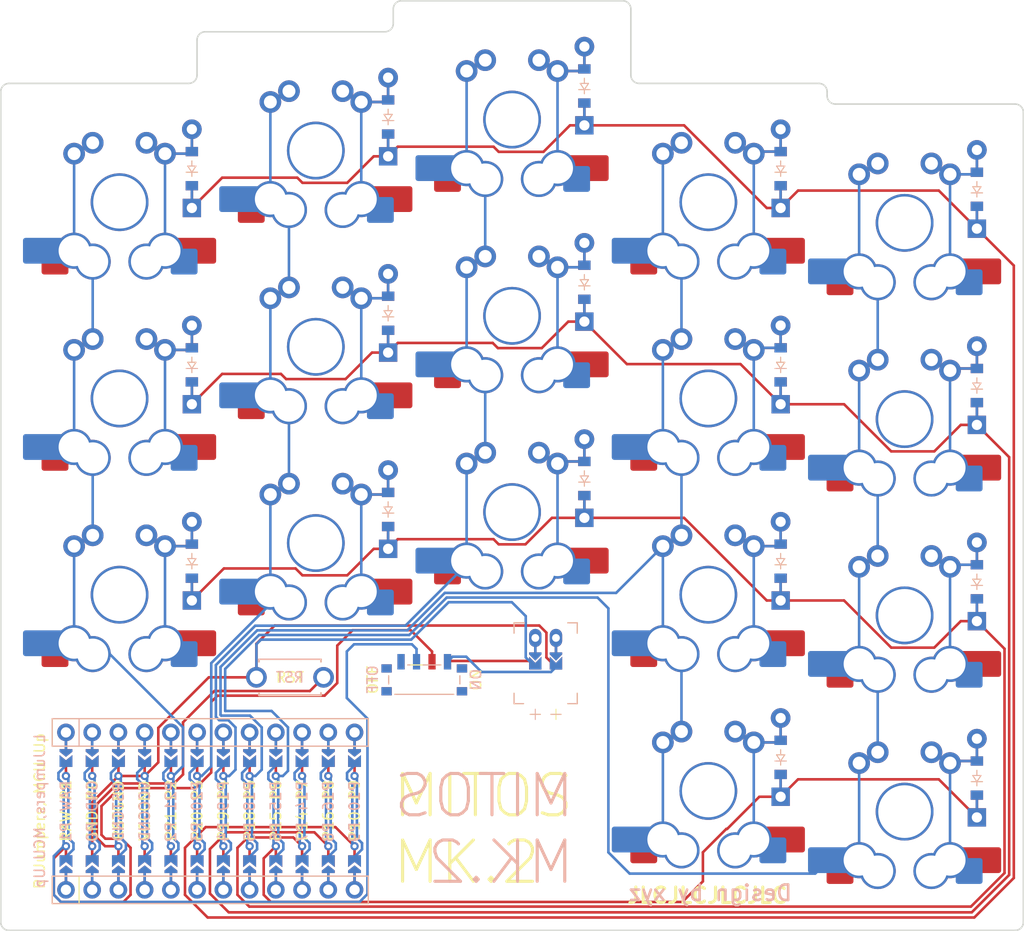
<source format=kicad_pcb>
(kicad_pcb (version 20240108) (generator "pcbnew") (generator_version "8.0")
  (title_block (title "board") (rev "v1.0.0") (company "Unknown"))
  (layers (0 "F.Cu" signal) (31 "B.Cu" signal) (34 "B.Paste" user) (35 "F.Paste" user) (36 "B.SilkS" user "B.Silkscreen") (37 "F.SilkS" user "F.Silkscreen") (38 "B.Mask" user) (39 "F.Mask" user) (44 "Edge.Cuts" user))
  (net 0 "")
  (net 1 "P2")
  (net 2 "pinky_bottom")
  (net 3 "GND")
  (net 4 "pinky_home")
  (net 5 "pinky_top")
  (net 6 "P3")
  (net 7 "ring_bottom")
  (net 8 "ring_home")
  (net 9 "ring_top")
  (net 10 "P4")
  (net 11 "middle_bottom")
  (net 12 "middle_home")
  (net 13 "middle_top")
  (net 14 "P5")
  (net 15 "index_thumb")
  (net 16 "index_bottom")
  (net 17 "index_home")
  (net 18 "index_top")
  (net 19 "P6")
  (net 20 "inner_thumb")
  (net 21 "inner_bottom")
  (net 22 "inner_home")
  (net 23 "inner_top")
  (net 24 "P14")
  (net 25 "P16")
  (net 26 "P10")
  (net 27 "P15")
  (net 28 "RAW")
  (net 29 "RST")
  (net 30 "VCC")
  (net 31 "P21")
  (net 32 "P20")
  (net 33 "P19")
  (net 34 "P18")
  (net 35 "P1")
  (net 36 "P0")
  (net 37 "P7")
  (net 38 "P8")
  (net 39 "P9")
  (net 40 "MCU1_24")
  (net 41 "MCU1_1")
  (net 42 "MCU1_23")
  (net 43 "MCU1_2")
  (net 44 "MCU1_22")
  (net 45 "MCU1_3")
  (net 46 "MCU1_21")
  (net 47 "MCU1_4")
  (net 48 "MCU1_20")
  (net 49 "MCU1_5")
  (net 50 "MCU1_19")
  (net 51 "MCU1_6")
  (net 52 "MCU1_18")
  (net 53 "MCU1_7")
  (net 54 "MCU1_17")
  (net 55 "MCU1_8")
  (net 56 "MCU1_16")
  (net 57 "MCU1_9")
  (net 58 "MCU1_15")
  (net 59 "MCU1_10")
  (net 60 "MCU1_14")
  (net 61 "MCU1_11")
  (net 62 "MCU1_13")
  (net 63 "MCU1_12")
  (net 64 "BAT_P")
  (net 65 "JST1_1")
  (net 66 "JST1_2")
  (footprint "ceoloide:mcu_nice_nano" (layer "F.Cu") (at 182.51 176.95 90)
    (property "Reference" "MCU1" (hide yes))
    (property "Value" "")
  )
  (footprint "ceoloide:power_switch_smd_side" (layer "F.Cu") (at 204.5 164.225 -90)
    (property "Reference" "PWR1" (hide yes))
    (property "Value" "")
  )
  (footprint "ceoloide:battery_connector_jst_ph_2" (layer "F.Cu") (at 216.25 160.184)
    (property "Reference" "JST1" (hide yes))
    (property "Value" "")
  )
  (footprint "ceoloide:reset_switch_tht_top" (layer "F.Cu") (at 191.5 164)
    (property "Reference" "RST1" (hide yes))
    (property "Value" "")
  )
  (footprint "ceoloide:diode_tht_sod123" (layer "B.Cu") (at 258 173.75 90)
    (property "Reference" "D14" (hide yes))
    (property "Value" "")
  )
  (footprint "ceoloide:diode_tht_sod123" (layer "B.Cu") (at 201 128.75 90)
    (property "Reference" "D5" (hide yes))
    (property "Value" "")
  )
  (footprint "ceoloide:diode_tht_sod123" (layer "B.Cu") (at 239 152.75 90)
    (property "Reference" "D11" (hide yes))
    (property "Value" "")
  )
  (footprint "ceoloide:switch_gateron_ks27_ks33" (layer "B.Cu") (at 251 139)
    (property "Reference" "S16" (hide yes))
    (property "Value" "")
  )
  (footprint "ceoloide:switch_gateron_ks27_ks33" (layer "B.Cu") (at 213 129)
    (property "Reference" "S8" (hide yes))
    (property "Value" "")
  )
  (footprint "ceoloide:switch_gateron_ks27_ks33" (layer "B.Cu") (at 251 120)
    (property "Reference" "S17" (hide yes))
    (property "Value" "")
  )
  (footprint "ceoloide:diode_tht_sod123" (layer "B.Cu") (at 182 114.75 90)
    (property "Reference" "D3" (hide yes))
    (property "Value" "")
  )
  (footprint "ceoloide:switch_gateron_ks27_ks33" (layer "B.Cu") (at 213 110)
    (property "Reference" "S9" (hide yes))
    (property "Value" "")
  )
  (footprint "ceoloide:switch_gateron_ks27_ks33" (layer "B.Cu") (at 232 156)
    (property "Reference" "S11" (hide yes))
    (property "Value" "")
  )
  (footprint "ceoloide:switch_gateron_ks27_ks33" (layer "B.Cu") (at 251 158)
    (property "Reference" "S15" (hide yes))
    (property "Value" "")
  )
  (footprint "ceoloide:switch_gateron_ks27_ks33" (layer "B.Cu") (at 213 148)
    (property "Reference" "S7" (hide yes))
    (property "Value" "")
  )
  (footprint "ceoloide:diode_tht_sod123" (layer "B.Cu") (at 239 171.75 90)
    (property "Reference" "D10" (hide yes))
    (property "Value" "")
  )
  (footprint "ceoloide:diode_tht_sod123" (layer "B.Cu") (at 239 133.75 90)
    (property "Reference" "D12" (hide yes))
    (property "Value" "")
  )
  (footprint "ceoloide:diode_tht_sod123" (layer "B.Cu") (at 220 125.75 90)
    (property "Reference" "D8" (hide yes))
    (property "Value" "")
  )
  (footprint "ceoloide:diode_tht_sod123" (layer "B.Cu") (at 182 133.75 90)
    (property "Reference" "D2" (hide yes))
    (property "Value" "")
  )
  (footprint "ceoloide:switch_gateron_ks27_ks33" (layer "B.Cu") (at 194 132)
    (property "Reference" "S5" (hide yes))
    (property "Value" "")
  )
  (footprint "ceoloide:switch_gateron_ks27_ks33" (layer "B.Cu") (at 194 113)
    (property "Reference" "S6" (hide yes))
    (property "Value" "")
  )
  (footprint "ceoloide:switch_gateron_ks27_ks33" (layer "B.Cu") (at 251 177)
    (property "Reference" "S14" (hide yes))
    (property "Value" "")
  )
  (footprint "ceoloide:diode_tht_sod123" (layer "B.Cu") (at 220 106.75 90)
    (property "Reference" "D9" (hide yes))
    (property "Value" "")
  )
  (footprint "ceoloide:diode_tht_sod123" (layer "B.Cu") (at 201 109.75 90)
    (property "Reference" "D6" (hide yes))
    (property "Value" "")
  )
  (footprint "ceoloide:switch_gateron_ks27_ks33" (layer "B.Cu") (at 175 118)
    (property "Reference" "S3" (hide yes))
    (property "Value" "")
  )
  (footprint "ceoloide:switch_gateron_ks27_ks33" (layer "B.Cu") (at 175 156)
    (property "Reference" "S1" (hide yes))
    (property "Value" "")
  )
  (footprint "ceoloide:diode_tht_sod123" (layer "B.Cu") (at 258 154.75 90)
    (property "Reference" "D15" (hide yes))
    (property "Value" "")
  )
  (footprint "ceoloide:diode_tht_sod123" (layer "B.Cu") (at 258 135.75 90)
    (property "Reference" "D16" (hide yes))
    (property "Value" "")
  )
  (footprint "ceoloide:switch_gateron_ks27_ks33" (layer "B.Cu") (at 232 175)
    (property "Reference" "S10" (hide yes))
    (property "Value" "")
  )
  (footprint "ceoloide:switch_gateron_ks27_ks33" (layer "B.Cu") (at 194 151)
    (property "Reference" "S4" (hide yes))
    (property "Value" "")
  )
  (footprint "ceoloide:switch_gateron_ks27_ks33" (layer "B.Cu") (at 232 118)
    (property "Reference" "S13" (hide yes))
    (property "Value" "")
  )
  (footprint "ceoloide:diode_tht_sod123" (layer "B.Cu") (at 239 114.75 90)
    (property "Reference" "D13" (hide yes))
    (property "Value" "")
  )
  (footprint "ceoloide:switch_gateron_ks27_ks33" (layer "B.Cu") (at 232 137)
    (property "Reference" "S12" (hide yes))
    (property "Value" "")
  )
  (footprint "ceoloide:diode_tht_sod123" (layer "B.Cu") (at 220 144.75 90)
    (property "Reference" "D7" (hide yes))
    (property "Value" "")
  )
  (footprint "ceoloide:switch_gateron_ks27_ks33" (layer "B.Cu") (at 175 137)
    (property "Reference" "S2" (hide yes))
    (property "Value" "")
  )
  (footprint "ceoloide:diode_tht_sod123" (layer "B.Cu") (at 182 152.75 90)
    (property "Reference" "D1" (hide yes))
    (property "Value" "")
  )
  (footprint "ceoloide:diode_tht_sod123" (layer "B.Cu") (at 258 116.75 90)
    (property "Reference" "D17" (hide yes))
    (property "Value" "")
  )
  (footprint "ceoloide:diode_tht_sod123" (layer "B.Cu") (at 201 147.75 90)
    (property "Reference" "D4" (hide yes))
    (property "Value" "")
  )
  (gr_arc (start 261.7 108.5) (mid 262.265685 108.734315) (end 262.5 109.3) (stroke (width 0.15)) (layer "Edge.Cuts"))
  (gr_line (start 164.3 188.5) (end 261.7 188.5) (stroke (width 0.15)) (layer "Edge.Cuts"))
  (gr_arc (start 201.5 100.7) (mid 201.265685 101.265685) (end 200.7 101.5) (stroke (width 0.15)) (layer "Edge.Cuts"))
  (gr_arc (start 225.3 106.5) (mid 224.734315 106.265685) (end 224.5 105.7) (stroke (width 0.15)) (layer "Edge.Cuts"))
  (gr_arc (start 164.3 188.5) (mid 163.734315 188.265685) (end 163.5 187.7) (stroke (width 0.15)) (layer "Edge.Cuts"))
  (gr_line (start 243.5 107.7) (end 243.5 107.3) (stroke (width 0.15)) (layer "Edge.Cuts"))
  (gr_arc (start 163.5 107.3) (mid 163.734315 106.734315) (end 164.3 106.5) (stroke (width 0.15)) (layer "Edge.Cuts"))
  (gr_line (start 262.5 187.7) (end 262.5 109.3) (stroke (width 0.15)) (layer "Edge.Cuts"))
  (gr_line (start 181.7 106.5) (end 164.3 106.5) (stroke (width 0.15)) (layer "Edge.Cuts"))
  (gr_arc (start 201.5 99.3) (mid 201.734315 98.734315) (end 202.3 98.5) (stroke (width 0.15)) (layer "Edge.Cuts"))
  (gr_arc (start 223.7 98.5) (mid 224.265685 98.734315) (end 224.5 99.3) (stroke (width 0.15)) (layer "Edge.Cuts"))
  (gr_arc (start 262.5 187.7) (mid 262.265685 188.265685) (end 261.7 188.5) (stroke (width 0.15)) (layer "Edge.Cuts"))
  (gr_line (start 163.5 187.7) (end 163.5 107.3) (stroke (width 0.15)) (layer "Edge.Cuts"))
  (gr_line (start 224.5 105.7) (end 224.5 99.3) (stroke (width 0.15)) (layer "Edge.Cuts"))
  (gr_line (start 200.7 101.5) (end 183.3 101.5) (stroke (width 0.15)) (layer "Edge.Cuts"))
  (gr_line (start 201.5 99.3) (end 201.5 100.7) (stroke (width 0.15)) (layer "Edge.Cuts"))
  (gr_line (start 261.7 108.5) (end 244.3 108.5) (stroke (width 0.15)) (layer "Edge.Cuts"))
  (gr_arc (start 244.3 108.5) (mid 243.734315 108.265685) (end 243.5 107.7) (stroke (width 0.15)) (layer "Edge.Cuts"))
  (gr_line (start 242.7 106.5) (end 225.3 106.5) (stroke (width 0.15)) (layer "Edge.Cuts"))
  (gr_line (start 223.7 98.5) (end 202.3 98.5) (stroke (width 0.15)) (layer "Edge.Cuts"))
  (gr_line (start 182.5 102.3) (end 182.5 105.7) (stroke (width 0.15)) (layer "Edge.Cuts"))
  (gr_arc (start 242.7 106.5) (mid 243.265685 106.734315) (end 243.5 107.3) (stroke (width 0.15)) (layer "Edge.Cuts"))
  (gr_arc (start 182.5 105.7) (mid 182.265685 106.265685) (end 181.7 106.5) (stroke (width 0.15)) (layer "Edge.Cuts"))
  (gr_arc (start 182.5 102.3) (mid 182.734315 101.734315) (end 183.3 101.5) (stroke (width 0.15)) (layer "Edge.Cuts"))
  (gr_text "Design by xyz" (at 240.25 185.75 0) (layer "B.SilkS") (effects (font (size 1.5 1.5) (thickness 0.25) (bold yes)) (justify left bottom mirror)))
  (gr_text "MITOS\nMK.2" (at 219.25 184.25 0) (layer "B.SilkS") (effects (font (size 4 4) (thickness 0.3) (bold yes)) (justify left bottom mirror)))
  (gr_text "MITOS\nMK.2" (at 201.25 184.25 0) (layer "F.SilkS") (effects (font (size 4 4) (thickness 0.3) (bold yes)) (justify left bottom)))
  (gr_text "JLCJLCJLCJLC" (at 224 186 0) (layer "F.SilkS") (effects (font (size 1.5 1.5) (thickness 0.3) (bold yes)) (justify left bottom)))
  (segment (start 179.97 172.175) (end 179.97 173.55) (width 0.25) (layer "F.Cu") (net 1))
  (segment (start 181.145 172.591692) (end 180.186692 173.55) (width 0.25) (layer "B.Cu") (net 1))
  (segment (start 174.051701 161.75) (end 181.145 168.843299) (width 0.25) (layer "B.Cu") (net 1))
  (segment (start 179.97 181.725) (end 179.97 181.375305) (width 0.25) (layer "B.Cu") (net 1))
  (segment (start 181.145 168.843299) (end 181.145 172.591692) (width 0.25) (layer "B.Cu") (net 1))
  (segment (start 172.4 161.65) (end 172.4 161.75) (width 0.25) (layer "B.Cu") (net 1))
  (segment (start 179.97 181.375305) (end 180.695 180.650305) (width 0.25) (layer "B.Cu") (net 1))
  (segment (start 180.2 179.554695) (end 180.2 173.78) (width 0.25) (layer "B.Cu") (net 1))
  (segment (start 170.6 113.3) (end 170.6 122.7) (width 0.25) (layer "B.Cu") (net 1))
  (segment (start 172.4 142.75) (end 172.4 150.25) (width 0.25) (layer "B.Cu") (net 1))
  (segment (start 170.6 151.3) (end 170.6 160.7) (width 0.25) (layer "B.Cu") (net 1))
  (segment (start 180.186692 173.55) (end 179.97 173.55) (width 0.25) (layer "B.Cu") (net 1))
  (segment (start 172.4 161.65) (end 172.25 161.5) (width 0.25) (layer "B.Cu") (net 1))
  (segment (start 180.695 180.650305) (end 180.695 180.049695) (width 0.25) (layer "B.Cu") (net 1))
  (segment (start 172.4 161.75) (end 174.051701 161.75) (width 0.25) (layer "B.Cu") (net 1))
  (segment (start 170.6 132.3) (end 170.6 141.7) (width 0.25) (layer "B.Cu") (net 1))
  (segment (start 180.695 180.049695) (end 180.2 179.554695) (width 0.25) (layer "B.Cu") (net 1))
  (segment (start 172.4 123.75) (end 172.4 131.25) (width 0.25) (layer "B.Cu") (net 1))
  (segment (start 182 151.1) (end 182 148.94) (width 0.25) (layer "F.Cu") (net 2))
  (segment (start 181.8 151.3) (end 182 151.1) (width 0.25) (layer "F.Cu") (net 2))
  (segment (start 179.4 151.3) (end 181.8 151.3) (width 0.25) (layer "F.Cu") (net 2))
  (segment (start 181.8 151.3) (end 182 151.1) (width 0.25) (layer "B.Cu") (net 2))
  (segment (start 182 151.1) (end 182 148.94) (width 0.25) (layer "B.Cu") (net 2))
  (segment (start 179.4 151.3) (end 179.4 160.7) (width 0.25) (layer "B.Cu") (net 2))
  (segment (start 179.4 151.3) (end 181.8 151.3) (width 0.25) (layer "B.Cu") (net 2))
  (segment (start 183.638299 164) (end 178.75 168.888299) (width 0.25) (layer "F.Cu") (net 3))
  (segment (start 174.89 173.55) (end 172.35 176.09) (width 0.25) (layer "F.Cu") (net 3))
  (segment (start 188.25 164) (end 183.638299 164) (width 0.25) (layer "F.Cu") (net 3))
  (segment (start 177.43 172.175) (end 177.43 173.55) (width 0.25) (layer "F.Cu") (net 3))
  (segment (start 172.35 176.09) (end 172.35 180.35) (width 0.25) (layer "F.Cu") (net 3))
  (segment (start 217.25 163) (end 216.325 162.075) (width 0.25) (layer "F.Cu") (net 3))
  (segment (start 174.89 172.175) (end 174.89 173.55) (width 0.25) (layer "F.Cu") (net 3))
  (segment (start 178.75 172.23) (end 177.43 173.55) (width 0.25) (layer "F.Cu") (net 3))
  (segment (start 177.43 173.55) (end 174.89 173.55) (width 0.25) (layer "F.Cu") (net 3))
  (segment (start 216.325 159.675852) (end 215.633148 158.984) (width 0.25) (layer "F.Cu") (net 3))
  (segment (start 178.75 168.888299) (end 178.75 172.23) (width 0.25) (layer "F.Cu") (net 3))
  (segment (start 190.016 158.984) (end 188.25 160.75) (width 0.25) (layer "F.Cu") (net 3))
  (segment (start 172.35 181.725) (end 172.35 180.35) (width 0.25) (layer "F.Cu") (net 3))
  (segment (start 216.325 162.075) (end 216.325 159.675852) (width 0.25) (layer "F.Cu") (net 3))
  (segment (start 188.25 160.75) (end 188.25 164) (width 0.25) (layer "F.Cu") (net 3))
  (segment (start 215.633148 158.984) (end 190.016 158.984) (width 0.25) (layer "F.Cu") (net 3))
  (segment (start 188.25 160.795584) (end 188.25 164) (width 0.25) (layer "B.Cu") (net 3))
  (segment (start 174.89 181.375305) (end 175.615 180.650305) (width 0.25) (layer "B.Cu") (net 3))
  (segment (start 171.625 173.249695) (end 171.625 173.850305) (width 0.25) (layer "B.Cu") (net 3))
  (segment (start 206.859315 156.725) (end 203.234315 160.35) (width 0.25) (layer "B.Cu") (net 3))
  (segment (start 172.35 172.524695) (end 171.625 173.249695) (width 0.25) (layer "B.Cu") (net 3))
  (segment (start 175.615 180.650305) (end 175.615 180.049695) (width 0.25) (layer "B.Cu") (net 3))
  (segment (start 177.43 181.375305) (end 178.155 180.650305) (width 0.25) (layer "B.Cu") (net 3))
  (segment (start 214.325 158.075) (end 212.975 156.725) (width 0.25) (layer "B.Cu") (net 3))
  (segment (start 175.615 180.049695) (end 175.12 179.554695) (width 0.25) (layer "B.Cu") (net 3))
  (segment (start 172.35 172.175) (end 172.35 172.524695) (width 0.25) (layer "B.Cu") (net 3))
  (segment (start 188.695584 160.35) (end 188.25 160.795584) (width 0.25) (layer "B.Cu") (net 3))
  (segment (start 214.325 162.075) (end 214.325 158.075) (width 0.25) (layer "B.Cu") (net 3))
  (segment (start 171.625 173.850305) (end 172.13 174.355305) (width 0.25) (layer "B.Cu") (net 3))
  (segment (start 215.25 163) (end 214.325 162.075) (width 0.25) (layer "B.Cu") (net 3))
  (segment (start 177.66 179.554695) (end 177.66 173.78) (width 0.25) (layer "B.Cu") (net 3))
  (segment (start 174.89 181.725) (end 174.89 181.375305) (width 0.25) (layer "B.Cu") (net 3))
  (segment (start 178.155 180.650305) (end 178.155 180.049695) (width 0.25) (layer "B.Cu") (net 3))
  (segment (start 178.155 180.049695) (end 177.66 179.554695) (width 0.25) (layer "B.Cu") (net 3))
  (segment (start 172.13 174.355305) (end 172.13 180.13) (width 0.25) (layer "B.Cu") (net 3))
  (segment (start 175.12 179.554695) (end 175.12 173.78) (width 0.25) (layer "B.Cu") (net 3))
  (segment (start 177.43 181.725) (end 177.43 181.375305) (width 0.25) (layer "B.Cu") (net 3))
  (segment (start 212.975 156.725) (end 206.859315 156.725) (width 0.25) (layer "B.Cu") (net 3))
  (segment (start 203.234315 160.35) (end 188.695584 160.35) (width 0.25) (layer "B.Cu") (net 3))
  (segment (start 181.8 132.3) (end 182 132.1) (width 0.25) (layer "F.Cu") (net 4))
  (segment (start 179.4 132.3) (end 181.8 132.3) (width 0.25) (layer "F.Cu") (net 4))
  (segment (start 182 132.1) (end 182 129.94) (width 0.25) (layer "F.Cu") (net 4))
  (segment (start 179.4 132.3) (end 181.8 132.3) (width 0.25) (layer "B.Cu") (net 4))
  (segment (start 181.8 132.3) (end 182 132.1) (width 0.25) (layer "B.Cu") (net 4))
  (segment (start 182 129.94) (end 182 132.1) (width 0.25) (layer "B.Cu") (net 4))
  (segment (start 179.4 132.3) (end 179.4 141.7) (width 0.25) (layer "B.Cu") (net 4))
  (segment (start 179.4 113.3) (end 181.8 113.3) (width 0.25) (layer "F.Cu") (net 5))
  (segment (start 182 113.1) (end 182 110.94) (width 0.25) (layer "F.Cu") (net 5))
  (segment (start 179.6 113.1) (end 179.4 113.3) (width 0.25) (layer "F.Cu") (net 5))
  (segment (start 181.8 113.3) (end 182 113.1) (width 0.25) (layer "F.Cu") (net 5))
  (segment (start 181.8 113.3) (end 182 113.1) (width 0.25) (layer "B.Cu") (net 5))
  (segment (start 179.4 113.3) (end 179.4 122.7) (width 0.25) (layer "B.Cu") (net 5))
  (segment (start 182 113.1) (end 182 110.94) (width 0.25) (layer "B.Cu") (net 5))
  (segment (start 179.4 113.3) (end 181.8 113.3) (width 0.25) (layer "B.Cu") (net 5))
  (segment (start 179.4 113.3) (end 179.3 113.3) (width 0.25) (layer "B.Cu") (net 5))
  (segment (start 182.51 172.175) (end 182.51 173.55) (width 0.25) (layer "F.Cu") (net 6))
  (segment (start 189.6 127.3) (end 189.6 136.7) (width 0.25) (layer "B.Cu") (net 6))
  (segment (start 182.51 181.375305) (end 183.235 180.650305) (width 0.25) (layer "B.Cu") (net 6))
  (segment (start 183.875 172.625) (end 182.95 173.55) (width 0.25) (layer "B.Cu") (net 6))
  (segment (start 191.4 137.75) (end 191.4 145.25) (width 0.25) (layer "B.Cu") (net 6))
  (segment (start 182.51 181.725) (end 182.51 181.375305) (width 0.25) (layer "B.Cu") (net 6))
  (segment (start 182.74 179.554695) (end 182.74 173.78) (width 0.25) (layer "B.Cu") (net 6))
  (segment (start 189.6 146.3) (end 189.6 155.7) (width 0.25) (layer "B.Cu") (net 6))
  (segment (start 183.235 180.049695) (end 182.74 179.554695) (width 0.25) (layer "B.Cu") (net 6))
  (segment (start 183.875 162.625) (end 183.875 172.625) (width 0.25) (layer "B.Cu") (net 6))
  (segment (start 189.75 156.75) (end 183.875 162.625) (width 0.25) (layer "B.Cu") (net 6))
  (segment (start 191.4 156.75) (end 189.75 156.75) (width 0.25) (layer "B.Cu") (net 6))
  (segment (start 182.95 173.55) (end 182.51 173.55) (width 0.25) (layer "B.Cu") (net 6))
  (segment (start 189.6 108.3) (end 189.6 117.7) (width 0.25) (layer "B.Cu") (net 6))
  (segment (start 191.4 118.75) (end 191.4 126.25) (width 0.25) (layer "B.Cu") (net 6))
  (segment (start 183.235 180.650305) (end 183.235 180.049695) (width 0.25) (layer "B.Cu") (net 6))
  (segment (start 198.4 146.3) (end 200.8 146.3) (width 0.25) (layer "F.Cu") (net 7))
  (segment (start 201 146.1) (end 201 143.94) (width 0.25) (layer "F.Cu") (net 7))
  (segment (start 200.8 146.3) (end 201 146.1) (width 0.25) (layer "F.Cu") (net 7))
  (segment (start 198.4 146.3) (end 198.4 155.7) (width 0.25) (layer "B.Cu") (net 7))
  (segment (start 198.4 146.3) (end 200.8 146.3) (width 0.25) (layer "B.Cu") (net 7))
  (segment (start 200.8 146.3) (end 201 146.1) (width 0.25) (layer "B.Cu") (net 7))
  (segment (start 201 146.1) (end 201 143.94) (width 0.25) (layer "B.Cu") (net 7))
  (segment (start 200.8 127.3) (end 201 127.1) (width 0.25) (layer "F.Cu") (net 8))
  (segment (start 198.4 127.3) (end 200.8 127.3) (width 0.25) (layer "F.Cu") (net 8))
  (segment (start 201 127.1) (end 201 124.94) (width 0.25) (layer "F.Cu") (net 8))
  (segment (start 200.8 127.3) (end 201 127.1) (width 0.25) (layer "B.Cu") (net 8))
  (segment (start 198.4 127.3) (end 200.8 127.3) (width 0.25) (layer "B.Cu") (net 8))
  (segment (start 198.4 127.3) (end 198.4 136.7) (width 0.25) (layer "B.Cu") (net 8))
  (segment (start 201 124.94) (end 201 127.1) (width 0.25) (layer "B.Cu") (net 8))
  (segment (start 200.8 108.3) (end 201 108.1) (width 0.25) (layer "F.Cu") (net 9))
  (segment (start 201 108.1) (end 201 105.94) (width 0.25) (layer "F.Cu") (net 9))
  (segment (start 198.4 108.3) (end 200.8 108.3) (width 0.25) (layer "F.Cu") (net 9))
  (segment (start 200.8 108.3) (end 201 108.1) (width 0.25) (layer "B.Cu") (net 9))
  (segment (start 198.4 108.3) (end 198.4 117.7) (width 0.25) (layer "B.Cu") (net 9))
  (segment (start 201 105.94) (end 201 108.1) (width 0.25) (layer "B.Cu") (net 9))
  (segment (start 198.4 108.3) (end 200.8 108.3) (width 0.25) (layer "B.Cu") (net 9))
  (segment (start 185.05 172.175) (end 185.05 173.55) (width 0.25) (layer "F.Cu") (net 10))
  (segment (start 188.136396 159) (end 184.325 162.811396) (width 0.25) (layer "B.Cu") (net 10))
  (segment (start 184.655 168.155) (end 185.536701 168.155) (width 0.25) (layer "B.Cu") (net 10))
  (segment (start 207.925127 153.75) (end 202.675127 159) (width 0.25) (layer "B.Cu") (net 10))
  (segment (start 210.4 153.75) (end 207.925127 153.75) (width 0.25) (layer "B.Cu") (net 10))
  (segment (start 208.6 124.3) (end 208.6 133.7) (width 0.25) (layer "B.Cu") (net 10))
  (segment (start 184.325 167.825) (end 184.655 168.155) (width 0.25) (layer "B.Cu") (net 10))
  (segment (start 210.4 115.75) (end 210.4 123.25) (width 0.25) (layer "B.Cu") (net 10))
  (segment (start 210.4 134.75) (end 210.4 142.25) (width 0.25) (layer "B.Cu") (net 10))
  (segment (start 185.775 180.049695) (end 185.28 179.554695) (width 0.25) (layer "B.Cu") (net 10))
  (segment (start 185.536701 168.155) (end 186.225 168.843299) (width 0.25) (layer "B.Cu") (net 10))
  (segment (start 186.225 168.843299) (end 186.225 172.940685) (width 0.25) (layer "B.Cu") (net 10))
  (segment (start 185.775 180.650305) (end 185.775 180.049695) (width 0.25) (layer "B.Cu") (net 10))
  (segment (start 208.6 105.3) (end 208.6 114.7) (width 0.25) (layer "B.Cu") (net 10))
  (segment (start 186.225 172.940685) (end 185.615685 173.55) (width 0.25) (layer "B.Cu") (net 10))
  (segment (start 185.28 179.554695) (end 185.28 173.78) (width 0.25) (layer "B.Cu") (net 10))
  (segment (start 185.615685 173.55) (end 185.05 173.55) (width 0.25) (layer "B.Cu") (net 10))
  (segment (start 185.05 181.375305) (end 185.775 180.650305) (width 0.25) (layer "B.Cu") (net 10))
  (segment (start 202.675127 159) (end 188.136396 159) (width 0.25) (layer "B.Cu") (net 10))
  (segment (start 185.05 181.725) (end 185.05 181.375305) (width 0.25) (layer "B.Cu") (net 10))
  (segment (start 184.325 162.811396) (end 184.325 167.825) (width 0.25) (layer "B.Cu") (net 10))
  (segment (start 208.6 143.3) (end 208.6 152.7) (width 0.25) (layer "B.Cu") (net 10))
  (segment (start 217.6 143.1) (end 217.4 143.3) (width 0.25) (layer "F.Cu") (net 11))
  (segment (start 220 143.1) (end 217.6 143.1) (width 0.25) (layer "F.Cu") (net 11))
  (segment (start 220 143.1) (end 220 140.94) (width 0.25) (layer "F.Cu") (net 11))
  (segment (start 217.6 143.1) (end 217.4 143.3) (width 0.25) (layer "B.Cu") (net 11))
  (segment (start 220 143.1) (end 217.6 143.1) (width 0.25) (layer "B.Cu") (net 11))
  (segment (start 220 143.1) (end 220 140.94) (width 0.25) (layer "B.Cu") (net 11))
  (segment (start 217.4 143.3) (end 217.4 152.7) (width 0.25) (layer "B.Cu") (net 11))
  (segment (start 220 124.1) (end 220 121.94) (width 0.25) (layer "F.Cu") (net 12))
  (segment (start 219.8 124.3) (end 220 124.1) (width 0.25) (layer "F.Cu") (net 12))
  (segment (start 217.4 124.3) (end 219.8 124.3) (width 0.25) (layer "F.Cu") (net 12))
  (segment (start 217.4 124.3) (end 219.8 124.3) (width 0.25) (layer "B.Cu") (net 12))
  (segment (start 220 124.1) (end 220 121.94) (width 0.25) (layer "B.Cu") (net 12))
  (segment (start 219.8 124.3) (end 220 124.1) (width 0.25) (layer "B.Cu") (net 12))
  (segment (start 217.4 124.3) (end 217.4 133.7) (width 0.25) (layer "B.Cu") (net 12))
  (segment (start 219.8 105.3) (end 220 105.1) (width 0.25) (layer "F.Cu") (net 13))
  (segment (start 217.4 105.3) (end 219.8 105.3) (width 0.25) (layer "F.Cu") (net 13))
  (segment (start 220 105.1) (end 220 102.94) (width 0.25) (layer "F.Cu") (net 13))
  (segment (start 217.4 105.3) (end 217.4 114.7) (width 0.25) (layer "B.Cu") (net 13))
  (segment (start 217.4 105.3) (end 219.8 105.3) (width 0.25) (layer "B.Cu") (net 13))
  (segment (start 219.8 105.3) (end 220 105.1) (width 0.25) (layer "B.Cu") (net 13))
  (segment (start 220 105.1) (end 220 102.94) (width 0.25) (layer "B.Cu") (net 13))
  (segment (start 187.59 172.175) (end 187.59 173.55) (width 0.25) (layer "F.Cu") (net 14))
  (segment (start 227.6 151.3) (end 227.6 160.7) (width 0.25) (layer "B.Cu") (net 14))
  (segment (start 187.626701 167.705) (end 188.765 168.843299) (width 0.25) (layer "B.Cu") (net 14))
  (segment (start 188.765 172.940685) (end 188.155685 173.55) (width 0.25) (layer "B.Cu") (net 14))
  (segment (start 227.6 113.3) (end 227.6 122.7) (width 0.25) (layer "B.Cu") (net 14))
  (segment (start 188.155685 173.55) (end 187.59 173.55) (width 0.25) (layer "B.Cu") (net 14))
  (segment (start 187.59 181.725) (end 187.59 181.375305) (width 0.25) (layer "B.Cu") (net 14))
  (segment (start 184.775 167.638604) (end 184.841396 167.705) (width 0.25) (layer "B.Cu") (net 14))
  (segment (start 229.4 123.75) (end 229.4 131.25) (width 0.25) (layer "B.Cu") (net 14))
  (segment (start 229.4 142.75) (end 229.4 150.25) (width 0.25) (layer "B.Cu") (net 14))
  (segment (start 188.765 168.843299) (end 188.765 172.940685) (width 0.25) (layer "B.Cu") (net 14))
  (segment (start 187.82 179.554695) (end 187.82 173.78) (width 0.25) (layer "B.Cu") (net 14))
  (segment (start 188.322792 159.45) (end 184.775 162.997792) (width 0.25) (layer "B.Cu") (net 14))
  (segment (start 227.6 132.3) (end 227.6 141.7) (width 0.25) (layer "B.Cu") (net 14))
  (segment (start 188.315 180.650305) (end 188.315 180.049695) (width 0.25) (layer "B.Cu") (net 14))
  (segment (start 188.315 180.049695) (end 187.82 179.554695) (width 0.25) (layer "B.Cu") (net 14))
  (segment (start 229.4 161.75) (end 229.4 169.25) (width 0.25) (layer "B.Cu") (net 14))
  (segment (start 202.861523 159.45) (end 188.322792 159.45) (width 0.25) (layer "B.Cu") (net 14))
  (segment (start 187.59 181.375305) (end 188.315 180.650305) (width 0.25) (layer "B.Cu") (net 14))
  (segment (start 184.841396 167.705) (end 187.626701 167.705) (width 0.25) (layer "B.Cu") (net 14))
  (segment (start 206.486523 155.825) (end 202.861523 159.45) (width 0.25) (layer "B.Cu") (net 14))
  (segment (start 227.6 151.3) (end 223.075 155.825) (width 0.25) (layer "B.Cu") (net 14))
  (segment (start 184.775 162.997792) (end 184.775 167.638604) (width 0.25) (layer "B.Cu") (net 14))
  (segment (start 223.075 155.825) (end 206.486523 155.825) (width 0.25) (layer "B.Cu") (net 14))
  (segment (start 227.6 170.3) (end 227.6 179.7) (width 0.25) (layer "B.Cu") (net 14))
  (segment (start 236.4 170.3) (end 238.8 170.3) (width 0.25) (layer "F.Cu") (net 15))
  (segment (start 238.8 170.3) (end 239 170.1) (width 0.25) (layer "F.Cu") (net 15))
  (segment (start 239 170.1) (end 239 167.94) (width 0.25) (layer "F.Cu") (net 15))
  (segment (start 239 170.1) (end 239 167.94) (width 0.25) (layer "B.Cu") (net 15))
  (segment (start 236.4 170.3) (end 238.8 170.3) (width 0.25) (layer "B.Cu") (net 15))
  (segment (start 236.4 170.3) (end 236.4 179.7) (width 0.25) (layer "B.Cu") (net 15))
  (segment (start 238.8 170.3) (end 239 170.1) (width 0.25) (layer "B.Cu") (net 15))
  (segment (start 236.4 151.3) (end 238.8 151.3) (width 0.25) (layer "F.Cu") (net 16))
  (segment (start 238.8 151.3) (end 239 151.1) (width 0.25) (layer "F.Cu") (net 16))
  (segment (start 239 151.1) (end 239 148.94) (width 0.25) (layer "F.Cu") (net 16))
  (segment (start 239 151.1) (end 239 148.94) (width 0.25) (layer "B.Cu") (net 16))
  (segment (start 238.8 151.3) (end 239 151.1) (width 0.25) (layer "B.Cu") (net 16))
  (segment (start 236.4 151.3) (end 236.4 160.7) (width 0.25) (layer "B.Cu") (net 16))
  (segment (start 236.4 151.3) (end 238.8 151.3) (width 0.25) (layer "B.Cu") (net 16))
  (segment (start 239 132.1) (end 236.6 132.1) (width 0.25) (layer "F.Cu") (net 17))
  (segment (start 239 132.1) (end 239 129.94) (width 0.25) (layer "F.Cu") (net 17))
  (segment (start 236.6 132.1) (end 236.4 132.3) (width 0.25) (layer "F.Cu") (net 17))
  (segment (start 236.6 132.1) (end 236.4 132.3) (width 0.25) (layer "B.Cu") (net 17))
  (segment (start 239 132.1) (end 236.6 132.1) (width 0.25) (layer "B.Cu") (net 17))
  (segment (start 236.4 132.3) (end 236.4 141.7) (width 0.25) (layer "B.Cu") (net 17))
  (segment (start 239 132.1) (end 239 129.94) (width 0.25) (layer "B.Cu") (net 17))
  (segment (start 239 113.1) (end 236.6 113.1) (width 0.25) (layer "F.Cu") (net 18))
  (segment (start 239 113.1) (end 239 110.94) (width 0.25) (layer "F.Cu") (net 18))
  (segment (start 236.6 113.1) (end 236.4 113.3) (width 0.25) (layer "F.Cu") (net 18))
  (segment (start 236.6 113.1) (end 236.4 113.3) (width 0.25) (layer "B.Cu") (net 18))
  (segment (start 239 113.1) (end 236.6 113.1) (width 0.25) (layer "B.Cu") (net 18))
  (segment (start 236.4 113.3) (end 236.4 122.7) (width 0.25) (layer "B.Cu") (net 18))
  (segment (start 239 113.1) (end 239 110.94) (width 0.25) (layer "B.Cu") (net 18))
  (segment (start 190.13 172.175) (end 190.13 173.55) (width 0.25) (layer "F.Cu") (net 19))
  (segment (start 224.3799 183) (end 242.35 183) (width 0.25) (layer "B.Cu") (net 19))
  (segment (start 248.4 144.75) (end 248.4 152.25) (width 0.25) (layer "B.Cu") (net 19))
  (segment (start 243.65 181.7) (end 243.65 181.6) (width 0.25) (layer "B.Cu") (net 19))
  (segment (start 188.509188 159.9) (end 203.047919 159.9) (width 0.25) (layer "B.Cu") (net 19))
  (segment (start 242.35 183) (end 243.65 181.7) (width 0.25) (layer "B.Cu") (net 19))
  (segment (start 191.305 168.843299) (end 189.716701 167.255) (width 0.25) (layer "B.Cu") (net 19))
  (segment (start 191.305 173.055) (end 191.305 168.843299) (width 0.25) (layer "B.Cu") (net 19))
  (segment (start 246.6 115.3) (end 246.6 124.7) (width 0.25) (layer "B.Cu") (net 19))
  (segment (start 190.13 181.375305) (end 190.855 180.650305) (width 0.25) (layer "B.Cu") (net 19))
  (segment (start 246.6 172.3) (end 246.6 181.7) (width 0.25) (layer "B.Cu") (net 19))
  (segment (start 190.81 173.55) (end 191.305 173.055) (width 0.25) (layer "B.Cu") (net 19))
  (segment (start 243.65 181.6) (end 242.425 182.825) (width 0.25) (layer "B.Cu") (net 19))
  (segment (start 189.716701 167.255) (end 185.225 167.255) (width 0.25) (layer "B.Cu") (net 19))
  (segment (start 246.6 153.3) (end 246.6 162.7) (width 0.25) (layer "B.Cu") (net 19))
  (segment (start 190.36 179.554695) (end 190.36 173.78) (width 0.25) (layer "B.Cu") (net 19))
  (segment (start 190.855 180.650305) (end 190.855 180.049695) (width 0.25) (layer "B.Cu") (net 19))
  (segment (start 185.225 167.255) (end 185.225 163.184188) (width 0.25) (layer "B.Cu") (net 19))
  (segment (start 206.672919 156.275) (end 221.275 156.275) (width 0.25) (layer "B.Cu") (net 19))
  (segment (start 203.047919 159.9) (end 206.672919 156.275) (width 0.25) (layer "B.Cu") (net 19))
  (segment (start 190.13 173.55) (end 190.81 173.55) (width 0.25) (layer "B.Cu") (net 19))
  (segment (start 222.325 157.325) (end 222.325 180.9451) (width 0.25) (layer "B.Cu") (net 19))
  (segment (start 222.325 180.9451) (end 224.3799 183) (width 0.25) (layer "B.Cu") (net 19))
  (segment (start 190.855 180.049695) (end 190.36 179.554695) (width 0.25) (layer "B.Cu") (net 19))
  (segment (start 246.6 134.3) (end 246.6 143.7) (width 0.25) (layer "B.Cu") (net 19))
  (segment (start 185.225 163.184188) (end 188.509188 159.9) (width 0.25) (layer "B.Cu") (net 19))
  (segment (start 248.4 125.75) (end 248.4 133.25) (width 0.25) (layer "B.Cu") (net 19))
  (segment (start 190.13 181.725) (end 190.13 181.375305) (width 0.25) (layer "B.Cu") (net 19))
  (segment (start 248.4 163.75) (end 248.4 171.25) (width 0.25) (layer "B.Cu") (net 19))
  (segment (start 221.275 156.275) (end 222.325 157.325) (width 0.25) (layer "B.Cu") (net 19))
  (segment (start 258 172.1) (end 258 169.94) (width 0.25) (layer "F.Cu") (net 20))
  (segment (start 258 172.1) (end 255.6 172.1) (width 0.25) (layer "F.Cu") (net 20))
  (segment (start 255.6 172.1) (end 255.4 172.3) (width 0.25) (layer "F.Cu") (net 20))
  (segment (start 258 172.1) (end 255.6 172.1) (width 0.25) (layer "B.Cu") (net 20))
  (segment (start 255.4 172.3) (end 255.4 181.7) (width 0.25) (layer "B.Cu") (net 20))
  (segment (start 258 172.1) (end 258 169.94) (width 0.25) (layer "B.Cu") (net 20))
  (segment (start 255.6 172.1) (end 255.4 172.3) (width 0.25) (layer "B.Cu") (net 20))
  (segment (start 258 153.1) (end 258 150.94) (width 0.25) (layer "F.Cu") (net 21))
  (segment (start 258 153.1) (end 255.6 153.1) (width 0.25) (layer "F.Cu") (net 21))
  (segment (start 255.6 153.1) (end 255.4 153.3) (width 0.25) (layer "F.Cu") (net 21))
  (segment (start 255.6 153.1) (end 255.4 153.3) (width 0.25) (layer "B.Cu") (net 21))
  (segment (start 258 153.1) (end 258 150.94) (width 0.25) (layer "B.Cu") (net 21))
  (segment (start 255.4 153.3) (end 255.4 162.7) (width 0.25) (layer "B.Cu") (net 21))
  (segment (start 258 153.1) (end 255.6 153.1) (width 0.25) (layer "B.Cu") (net 21))
  (segment (start 258 134.1) (end 255.6 134.1) (width 0.25) (layer "F.Cu") (net 22))
  (segment (start 255.6 134.1) (end 255.4 134.3) (width 0.25) (layer "F.Cu") (net 22))
  (segment (start 258 134.1) (end 258 131.94) (width 0.25) (layer "F.Cu") (net 22))
  (segment (start 255.4 134.3) (end 255.4 143.7) (width 0.25) (layer "B.Cu") (net 22))
  (segment (start 258 134.1) (end 255.6 134.1) (width 0.25) (layer "B.Cu") (net 22))
  (segment (start 255.6 134.1) (end 255.4 134.3) (width 0.25) (layer "B.Cu") (net 22))
  (segment (start 258 134.1) (end 258 131.94) (width 0.25) (layer "B.Cu") (net 22))
  (segment (start 255.4 115.3) (end 257.8 115.3) (width 0.25) (layer "F.Cu") (net 23))
  (segment (start 257.8 115.3) (end 258 115.1) (width 0.25) (layer "F.Cu") (net 23))
  (segment (start 258 115.1) (end 258 112.94) (width 0.25) (layer "F.Cu") (net 23))
  (segment (start 257.65 115.3) (end 255.4 115.3) (width 0.25) (layer "B.Cu") (net 23))
  (segment (start 257.85 115.1) (end 257.65 115.3) (width 0.25) (layer "B.Cu") (net 23))
  (segment (start 258 115.1) (end 258 112.94) (width 0.25) (layer "B.Cu") (net 23))
  (segment (start 255.4 115.3) (end 255.4 124.7) (width 0.25) (layer "B.Cu") (net 23))
  (segment (start 258 115.1) (end 257.85 115.1) (width 0.25) (layer "B.Cu") (net 23))
  (segment (start 187.414695 179.5) (end 191.82 179.5) (width 0.25) (layer "F.Cu") (net 24))
  (segment (start 186.415 185.056701) (end 186.415 180.499695) (width 0.25) (layer "F.Cu") (net 24))
  (segment (start 258 158.56) (end 260.675 161.235) (width 0.25) (layer "F.Cu") (net 24))
  (segment (start 201 151.56) (end 201.935 150.625) (width 0.25) (layer "F.Cu") (net 24))
  (segment (start 201 151.56) (end 201 149.4) (width 0.25) (layer "F.Cu") (net 24))
  (segment (start 220 148.56) (end 220 146.4) (width 0.25) (layer "F.Cu") (net 24))
  (segment (start 239 156.56) (end 239 154.4) (width 0.25) (layer "F.Cu") (net 24))
  (segment (start 256.44 158.56) (end 258 158.56) (width 0.25) (layer "F.Cu") (net 24))
  (segment (start 191.82 179.5) (end 192.67 180.35) (width 0.25) (layer "F.Cu") (net 24))
  (segment (start 199.605506 151.56) (end 201 151.56) (width 0.25) (layer "F.Cu") (net 24))
  (segment (start 214.294418 151.125) (end 216.859418 148.56) (width 0.25) (layer "F.Cu") (net 24))
  (segment (start 249.705582 161.125) (end 253.875 161.125) (width 0.25) (layer "F.Cu") (net 24))
  (segment (start 237.654544 156.56) (end 239 156.56) (width 0.25) (layer "F.Cu") (net 24))
  (segment (start 260.675 161.235) (end 260.675 182.9451) (width 0.25) (layer "F.Cu") (net 24))
  (segment (start 197.040506 154.125) (end 199.605506 151.56) (width 0.25) (layer "F.Cu") (net 24))
  (segment (start 187.553299 186.195) (end 186.415 185.056701) (width 0.25) (layer "F.Cu") (net 24))
  (segment (start 253.875 161.125) (end 256.44 158.56) (width 0.25) (layer "F.Cu") (net 24))
  (segment (start 192.67 181.725) (end 192.67 180.35) (width 0.25) (layer "F.Cu") (net 24))
  (segment (start 182 156.56) (end 182 154.4) (width 0.25) (layer "F.Cu") (net 24))
  (segment (start 220 148.56) (end 229.654544 148.56) (width 0.25) (layer "F.Cu") (net 24))
  (segment (start 182 156.56) (end 185.100291 153.459709) (width 0.25) (layer "F.Cu") (net 24))
  (segment (start 201.935 150.625) (end 211.205582 150.625) (width 0.25) (layer "F.Cu") (net 24))
  (segment (start 192.040291 153.459709) (end 192.705582 154.125) (width 0.25) (layer "F.Cu") (net 24))
  (segment (start 257.4251 186.195) (end 187.553299 186.195) (width 0.25) (layer "F.Cu") (net 24))
  (segment (start 185.100291 153.459709) (end 192.040291 153.459709) (width 0.25) (layer "F.Cu") (net 24))
  (segment (start 211.205582 150.625) (end 211.705582 151.125) (width 0.25) (layer "F.Cu") (net 24))
  (segment (start 192.705582 154.125) (end 197.040506 154.125) (width 0.25) (layer "F.Cu") (net 24))
  (segment (start 258 158.56) (end 258 156.4) (width 0.25) (layer "F.Cu") (net 24))
  (segment (start 229.654544 148.56) (end 237.654544 156.56) (width 0.25) (layer "F.Cu") (net 24))
  (segment (start 245.140582 156.56) (end 249.705582 161.125) (width 0.25) (layer "F.Cu") (net 24))
  (segment (start 260.675 182.9451) (end 257.4251 186.195) (width 0.25) (layer "F.Cu") (net 24))
  (segment (start 239 156.56) (end 245.140582 156.56) (width 0.25) (layer "F.Cu") (net 24))
  (segment (start 211.705582 151.125) (end 214.294418 151.125) (width 0.25) (layer "F.Cu") (net 24))
  (segment (start 186.415 180.499695) (end 187.414695 179.5) (width 0.25) (layer "F.Cu") (net 24))
  (segment (start 216.859418 148.56) (end 220 148.56) (width 0.25) (layer "F.Cu") (net 24))
  (segment (start 192.67 172.175) (end 192.67 172.524695) (width 0.25) (layer "B.Cu") (net 24))
  (segment (start 191.945 173.249695) (end 191.945 173.850305) (width 0.25) (layer "B.Cu") (net 24))
  (segment (start 182 154.4) (end 182 156.56) (width 0.25) (layer "B.Cu") (net 24))
  (segment (start 192.67 172.524695) (end 191.945 173.249695) (width 0.25) (layer "B.Cu") (net 24))
  (segment (start 191.945 173.850305) (end 192.45 174.355305) (width 0.25) (layer "B.Cu") (net 24))
  (segment (start 258 158.56) (end 258 156.4) (width 0.25) (layer "B.Cu") (net 24))
  (segment (start 239 156.56) (end 239 154.4) (width 0.25) (layer "B.Cu") (net 24))
  (segment (start 220 148.56) (end 220 146.4) (width 0.25) (layer "B.Cu") (net 24))
  (segment (start 192.45 174.355305) (end 192.45 180.13) (width 0.25) (layer "B.Cu") (net 24))
  (segment (start 201 151.56) (end 201 149.4) (width 0.25) (layer "B.Cu") (net 24))
  (segment (start 196.875 135.125) (end 199.44 132.56) (width 0.25) (layer "F.Cu") (net 25))
  (segment (start 185.374695 179) (end 193.86 179) (width 0.25) (layer "F.Cu") (net 25))
  (segment (start 261.125 183.131496) (end 257.506496 186.75) (width 0.25) (layer "F.Cu") (net 25))
  (segment (start 239 137.56) (end 239 135.4) (width 0.25) (layer "F.Cu") (net 25))
  (segment (start 256.44 139.56) (end 258 139.56) (width 0.25) (layer "F.Cu") (net 25))
  (segment (start 190.625 134.625) (end 191.125 135.125) (width 0.25) (layer "F.Cu") (net 25))
  (segment (start 220 129.56) (end 224.115 133.675) (width 0.25) (layer "F.Cu") (net 25))
  (segment (start 220 129.56) (end 220 127.4) (width 0.25) (layer "F.Cu") (net 25))
  (segment (start 201 132.56) (end 201 130.4) (width 0.25) (layer "F.Cu") (net 25))
  (segment (start 245.140582 137.56) (end 249.705582 142.125) (width 0.25) (layer "F.Cu") (net 25))
  (segment (start 211.625 132.125) (end 215.875 132.125) (width 0.25) (layer "F.Cu") (net 25))
  (segment (start 249.705582 142.125) (end 253.875 142.125) (width 0.25) (layer "F.Cu") (net 25))
  (segment (start 184.935 134.625) (end 190.625 134.625) (width 0.25) (layer "F.Cu") (net 25))
  (segment (start 224.115 133.675) (end 235.115 133.675) (width 0.25) (layer "F.Cu") (net 25))
  (segment (start 183.75 184.931701) (end 183.75 180.624695) (width 0.25) (layer "F.Cu") (net 25))
  (segment (start 258 139.56) (end 258 137.4) (width 0.25) (layer "F.Cu") (net 25))
  (segment (start 195.21 181.725) (end 195.21 180.35) (width 0.25) (layer "F.Cu") (net 25))
  (segment (start 239 137.56) (end 245.140582 137.56) (width 0.25) (layer "F.Cu") (net 25))
  (segment (start 211.125 131.625) (end 211.625 132.125) (width 0.25) (layer "F.Cu") (net 25))
  (segment (start 215.875 132.125) (end 218.44 129.56) (width 0.25) (layer "F.Cu") (net 25))
  (segment (start 257.506496 186.75) (end 185.568299 186.75) (width 0.25) (layer "F.Cu") (net 25))
  (segment (start 182 137.56) (end 182 135.4) (width 0.25) (layer "F.Cu") (net 25))
  (segment (start 235.115 133.675) (end 239 137.56) (width 0.25) (layer "F.Cu") (net 25))
  (segment (start 261.125 142.685) (end 261.125 183.131496) (width 0.25) (layer "F.Cu") (net 25))
  (segment (start 218.44 129.56) (end 220 129.56) (width 0.25) (layer "F.Cu") (net 25))
  (segment (start 182 137.56) (end 184.935 134.625) (width 0.25) (layer "F.Cu") (net 25))
  (segment (start 191.125 135.125) (end 196.875 135.125) (width 0.25) (layer "F.Cu") (net 25))
  (segment (start 199.44 132.56) (end 201 132.56) (width 0.25) (layer "F.Cu") (net 25))
  (segment (start 193.86 179) (end 195.21 180.35) (width 0.25) (layer "F.Cu") (net 25))
  (segment (start 201.935 131.625) (end 211.125 131.625) (width 0.25) (layer "F.Cu") (net 25))
  (segment (start 183.75 180.624695) (end 185.374695 179) (width 0.25) (layer "F.Cu") (net 25))
  (segment (start 253.875 142.125) (end 256.44 139.56) (width 0.25) (layer "F.Cu") (net 25))
  (segment (start 258 139.56) (end 261.125 142.685) (width 0.25) (layer "F.Cu") (net 25))
  (segment (start 201 132.56) (end 201.935 131.625) (width 0.25) (layer "F.Cu") (net 25))
  (segment (start 185.568299 186.75) (end 183.75 184.931701) (width 0.25) (layer "F.Cu") (net 25))
  (segment (start 182 137.56) (end 182 135.4) (width 0.25) (layer "B.Cu") (net 25))
  (segment (start 195.21 172.175) (end 195.21 172.524695) (width 0.25) (layer "B.Cu") (net 25))
  (segment (start 194.99 174.355305) (end 194.99 180.13) (width 0.25) (layer "B.Cu") (net 25))
  (segment (start 258 139.56) (end 258 137.4) (width 0.25) (layer "B.Cu") (net 25))
  (segment (start 194.485 173.850305) (end 194.99 174.355305) (width 0.25) (layer "B.Cu") (net 25))
  (segment (start 201 132.56) (end 201 130.4) (width 0.25) (layer "B.Cu") (net 25))
  (segment (start 239 137.56) (end 239 135.4) (width 0.25) (layer "B.Cu") (net 25))
  (segment (start 220 129.56) (end 220 127.4) (width 0.25) (layer "B.Cu") (net 25))
  (segment (start 195.21 172.524695) (end 194.485 173.249695) (width 0.25) (layer "B.Cu") (net 25))
  (segment (start 194.485 173.249695) (end 194.485 173.850305) (width 0.25) (layer "B.Cu") (net 25))
  (segment (start 220 110.56) (end 229.654544 110.56) (width 0.25) (layer "F.Cu") (net 26))
  (segment (start 261.575 183.425) (end 257.75 187.25) (width 0.25) (layer "F.Cu") (net 26))
  (segment (start 183.334695 178.5) (end 195.9 178.5) (width 0.25) (layer "F.Cu") (net 26))
  (segment (start 199.605506 113.56) (end 201 113.56) (width 0.25) (layer "F.Cu") (net 26))
  (segment (start 211.705582 113.125) (end 216.040506 113.125) (width 0.25) (layer "F.Cu") (net 26))
  (segment (start 229.654544 110.56) (end 237.654544 118.56) (width 0.25) (layer "F.Cu") (net 26))
  (segment (start 197.040506 116.125) (end 199.605506 113.56) (width 0.25) (layer "F.Cu") (net 26))
  (segment (start 257.75 187.25) (end 183.528299 187.25) (width 0.25) (layer "F.Cu") (net 26))
  (segment (start 181.335 180.499695) (end 183.334695 178.5) (width 0.25) (layer "F.Cu") (net 26))
  (segment (start 201 113.56) (end 201.935 112.625) (width 0.25) (layer "F.Cu") (net 26))
  (segment (start 183.528299 187.25) (end 181.335 185.056701) (width 0.25) (layer "F.Cu") (net 26))
  (segment (start 258 120.56) (end 258 118.4) (width 0.25) (layer "F.Cu") (net 26))
  (segment (start 181.335 185.056701) (end 181.335 180.499695) (width 0.25) (layer "F.Cu") (net 26))
  (segment (start 218.605506 110.56) (end 220 110.56) (width 0.25) (layer "F.Cu") (net 26))
  (segment (start 184.935 115.625) (end 192.205582 115.625) (width 0.25) (layer "F.Cu") (net 26))
  (segment (start 192.205582 115.625) (end 192.705582 116.125) (width 0.25) (layer "F.Cu") (net 26))
  (segment (start 239 118.56) (end 240.685 116.875) (width 0.25) (layer "F.Cu") (net 26))
  (segment (start 240.685 116.875) (end 254.315 116.875) (width 0.25) (layer "F.Cu") (net 26))
  (segment (start 182 118.56) (end 184.935 115.625) (width 0.25) (layer "F.Cu") (net 26))
  (segment (start 201 113.56) (end 201 111.4) (width 0.25) (layer "F.Cu") (net 26))
  (segment (start 182 118.56) (end 182 116.4) (width 0.25) (layer "F.Cu") (net 26))
  (segment (start 258 120.56) (end 261.575 124.135) (width 0.25) (layer "F.Cu") (net 26))
  (segment (start 239 118.56) (end 239 116.4) (width 0.25) (layer "F.Cu") (net 26))
  (segment (start 192.705582 116.125) (end 197.040506 116.125) (width 0.25) (layer "F.Cu") (net 26))
  (segment (start 211.205582 112.625) (end 211.705582 113.125) (width 0.25) (layer "F.Cu") (net 26))
  (segment (start 254.315 116.875) (end 258 120.56) (width 0.25) (layer "F.Cu") (net 26))
  (segment (start 216.040506 113.125) (end 218.605506 110.56) (width 0.25) (layer "F.Cu") (net 26))
  (segment (start 195.9 178.5) (end 197.75 180.35) (width 0.25) (layer "F.Cu") (net 26))
  (segment (start 201.935 112.625) (end 211.205582 112.625) (width 0.25) (layer "F.Cu") (net 26))
  (segment (start 197.75 181.725) (end 197.75 180.35) (width 0.25) (layer "F.Cu") (net 26))
  (segment (start 261.575 124.135) (end 261.575 183.425) (width 0.25) (layer "F.Cu") (net 26))
  (segment (start 220 110.56) (end 220 108.4) (width 0.25) (layer "F.Cu") (net 26))
  (segment (start 237.654544 118.56) (end 239 118.56) (width 0.25) (layer "F.Cu") (net 26))
  (segment (start 197.025 173.850305) (end 197.53 174.355305) (width 0.25) (layer "B.Cu") (net 26))
  (segment (start 197.75 172.175) (end 197.75 172.524695) (width 0.25) (layer "B.Cu") (net 26))
  (segment (start 197.025 173.249695) (end 197.025 173.850305) (width 0.25) (layer "B.Cu") (net 26))
  (segment (start 197.53 174.355305) (end 197.53 180.13) (width 0.25) (layer "B.Cu") (net 26))
  (segment (start 201 111.4) (end 201 113.56) (width 0.25) (layer "B.Cu") (net 26))
  (segment (start 220 110.56) (end 220 108.4) (width 0.25) (layer "B.Cu") (net 26))
  (segment (start 197.75 172.524695) (end 197.025 173.249695) (width 0.25) (layer "B.Cu") (net 26))
  (segment (start 239 118.56) (end 239 116.4) (width 0.25) (layer "B.Cu") (net 26))
  (segment (start 258 120.56) (end 258 118.4) (width 0.25) (layer "B.Cu") (net 26))
  (segment (start 182 118.56) (end 182 116.4) (width 0.25) (layer "B.Cu") (net 26))
  (segment (start 188.955 181.525) (end 190.13 180.35) (width 0.25) (layer "F.Cu") (net 27))
  (segment (start 239 175.56) (end 240.685 173.875) (width 0.25) (layer "F.Cu") (net 27))
  (segment (start 231.475 180.940506) (end 231.475 183.752247) (width 0.25) (layer "F.Cu") (net 27))
  (segment (start 240.685 173.875) (end 254.315 173.875) (width 0.25) (layer "F.Cu") (net 27))
  (segment (start 189.643299 185.745) (end 188.955 185.056701) (width 0.25) (layer "F.Cu") (net 27))
  (segment (start 239 175.56) (end 236.94 175.56) (width 0.25) (layer "F.Cu") (net 27))
  (segment (start 236.94 175.56) (end 233.825 178.675) (width 0.25) (layer "F.Cu") (net 27))
  (segment (start 188.955 185.056701) (end 188.955 181.525) (width 0.25) (layer "F.Cu") (net 27))
  (segment (start 233.825 178.675) (end 233.740506 178.675) (width 0.25) (layer "F.Cu") (net 27))
  (segment (start 231.475 183.752247) (end 229.482247 185.745) (width 0.25) (layer "F.Cu") (net 27))
  (segment (start 190.13 181.725) (end 190.13 180.35) (width 0.25) (layer "F.Cu") (net 27))
  (segment (start 239 175.56) (end 239 173.4) (width 0.25) (layer "F.Cu") (net 27))
  (segment (start 229.482247 185.745) (end 189.643299 185.745) (width 0.25) (layer "F.Cu") (net 27))
  (segment (start 258 177.56) (end 258 175.4) (width 0.25) (layer "F.Cu") (net 27))
  (segment (start 254.315 173.875) (end 258 177.56) (width 0.25) (layer "F.Cu") (net 27))
  (segment (start 233.740506 178.675) (end 231.475 180.940506) (width 0.25) (layer "F.Cu") (net 27))
  (segment (start 190.13 172.175) (end 190.13 172.524695) (width 0.25) (layer "B.Cu") (net 27))
  (segment (start 189.91 174.355305) (end 189.91 180.13) (width 0.25) (layer "B.Cu") (net 27))
  (segment (start 189.405 173.249695) (end 189.405 173.850305) (width 0.25) (layer "B.Cu") (net 27))
  (segment (start 189.405 173.850305) (end 189.91 174.355305) (width 0.25) (layer "B.Cu") (net 27))
  (segment (start 258 177.56) (end 258 175.4) (width 0.25) (layer "B.Cu") (net 27))
  (segment (start 190.13 172.524695) (end 189.405 173.249695) (width 0.25) (layer "B.Cu") (net 27))
  (segment (start 239 175.56) (end 239 173.4) (width 0.25) (layer "B.Cu") (net 27))
  (segment (start 205.25 162.49) (end 205.25 161.5) (width 0.25) (layer "F.Cu") (net 28))
  (segment (start 184.475 165.775) (end 183.875 166.375) (width 0.25) (layer "F.Cu") (net 28))
  (segment (start 168.635 185.056701) (end 168.635 181.525) (width 0.25) (layer "F.Cu") (net 28))
  (segment (start 183.875 173.210305) (end 182.360305 174.725) (width 0.25) (layer "F.Cu") (net 28))
  (segment (start 175.190305 179.625) (end 176.065 180.499695) (width 0.25) (layer "F.Cu") (net 28))
  (segment (start 173.25 179.25) (end 173.625 179.625) (width 0.25) (layer "F.Cu") (net 28))
  (segment (start 205.25 161.5) (end 203.184 159.434) (width 0.25) (layer "F.Cu") (net 28))
  (segment (start 174.987792 174.725) (end 173.25 176.462792) (width 0.25) (layer "F.Cu") (net 28))
  (segment (start 169.328299 185.75) (end 168.635 185.056701) (width 0.25) (layer "F.Cu") (net 28))
  (segment (start 169.81 181.725) (end 169.81 180.35) (width 0.25) (layer "F.Cu") (net 28))
  (segment (start 173.625 179.625) (end 175.190305 179.625) (width 0.25) (layer "F.Cu") (net 28))
  (segment (start 175.371701 185.75) (end 169.328299 185.75) (width 0.25) (layer "F.Cu") (net 28))
  (segment (start 197.566 159.434) (end 196.075 160.925) (width 0.25) (layer "F.Cu") (net 28))
  (segment (start 203.184 159.434) (end 197.566 159.434) (width 0.25) (layer "F.Cu") (net 28))
  (segment (start 182.360305 174.725) (end 174.987792 174.725) (width 0.25) (layer "F.Cu") (net 28))
  (segment (start 196.075 164.548833) (end 194.848833 165.775) (width 0.25) (layer "F.Cu") (net 28))
  (segment (start 176.065 180.499695) (end 176.065 185.056701) (width 0.25) (layer "F.Cu") (net 28))
  (segment (start 194.848833 165.775) (end 184.475 165.775) (width 0.25) (layer "F.Cu") (net 28))
  (segment (start 176.065 185.056701) (end 175.371701 185.75) (width 0.25) (layer "F.Cu") (net 28))
  (segment (start 168.635 181.525) (end 169.81 180.35) (width 0.25) (layer "F.Cu") (net 28))
  (segment (start 173.25 176.462792) (end 173.25 179.25) (width 0.25) (layer "F.Cu") (net 28))
  (segment (start 196.075 160.925) (end 196.075 164.548833) (width 0.25) (layer "F.Cu") (net 28))
  (segment (start 183.875 166.375) (end 183.875 173.210305) (width 0.25) (layer "F.Cu") (net 28))
  (segment (start 169.81 172.175) (end 169.81 172.524695) (width 0.25) (layer "B.Cu") (net 28))
  (segment (start 169.323299 185.745) (end 168.635 185.056701) (width 0.25) (layer "B.Cu") (net 28))
  (segment (start 203.75 162.49) (end 203.75 161.25) (width 0.25) (layer "B.Cu") (net 28))
  (segment (start 197 166) (end 199 168) (width 0.25) (layer "B.Cu") (net 28))
  (segment (start 197.7 160.8) (end 197 161.5) (width 0.25) (layer "B.Cu") (net 28))
  (segment (start 199 184.981701) (end 198.236701 185.745) (width 0.25) (layer "B.Cu") (net 28))
  (segment (start 169.085 173.249695) (end 169.085 173.850305) (width 0.25) (layer "B.Cu") (net 28))
  (segment (start 203.3 160.8) (end 197.7 160.8) (width 0.25) (layer "B.Cu") (net 28))
  (segment (start 169.81 172.524695) (end 169.085 173.249695) (width 0.25) (layer "B.Cu") (net 28))
  (segment (start 168.635 185.056701) (end 168.635 181.308308) (width 0.25) (layer "B.Cu") (net 28))
  (segment (start 197 161.5) (end 197 166) (width 0.25) (layer "B.Cu") (net 28))
  (segment (start 198.236701 185.745) (end 169.323299 185.745) (width 0.25) (layer "B.Cu") (net 28))
  (segment (start 169.59 174.355305) (end 169.59 180.13) (width 0.25) (layer "B.Cu") (net 28))
  (segment (start 168.635 181.308308) (end 169.593308 180.35) (width 0.25) (layer "B.Cu") (net 28))
  (segment (start 169.593308 180.35) (end 169.81 180.35) (width 0.25) (layer "B.Cu") (net 28))
  (segment (start 203.75 161.25) (end 203.3 160.8) (width 0.25) (layer "B.Cu") (net 28))
  (segment (start 169.085 173.850305) (end 169.59 174.355305) (width 0.25) (layer "B.Cu") (net 28))
  (segment (start 199 168) (end 199 184.981701) (width 0.25) (layer "B.Cu") (net 28))
  (segment (start 174.89 181.725) (end 174.89 180.35) (width 0.25) (layer "F.Cu") (net 29))
  (segment (start 181.145 168.355) (end 181.145 173.400305) (width 0.25) (layer "F.Cu") (net 29))
  (segment (start 184.175 165.325) (end 181.145 168.355) (width 0.25) (layer "F.Cu") (net 29))
  (segment (start 180.270305 174.275) (end 174.801396 174.275) (width 0.25) (layer "F.Cu") (net 29))
  (segment (start 173.6 180.35) (end 174.89 180.35) (width 0.25) (layer "F.Cu") (net 29))
  (segment (start 193.425 165.325) (end 184.175 165.325) (width 0.25) (layer "F.Cu") (net 29))
  (segment (start 172.8 176.276396) (end 172.8 179.55) (width 0.25) (layer "F.Cu") (net 29))
  (segment (start 174.801396 174.275) (end 172.8 176.276396) (width 0.25) (layer "F.Cu") (net 29))
  (segment (start 194.75 164) (end 193.425 165.325) (width 0.25) (layer "F.Cu") (net 29))
  (segment (start 172.8 179.55) (end 173.6 180.35) (width 0.25) (layer "F.Cu") (net 29))
  (segment (start 181.145 173.400305) (end 180.270305 174.275) (width 0.25) (layer "F.Cu") (net 29))
  (segment (start 174.165 173.850305) (end 174.67 174.355305) (width 0.25) (layer "B.Cu") (net 29))
  (segment (start 174.89 172.175) (end 174.89 172.524695) (width 0.25) (layer "B.Cu") (net 29))
  (segment (start 174.165 173.249695) (end 174.165 173.850305) (width 0.25) (layer "B.Cu") (net 29))
  (segment (start 174.89 172.524695) (end 174.165 173.249695) (width 0.25) (layer "B.Cu") (net 29))
  (segment (start 174.67 174.355305) (end 174.67 180.13) (width 0.25) (layer "B.Cu") (net 29))
  (segment (start 177.43 181.725) (end 177.43 180.35) (width 0.25) (layer "F.Cu") (net 30))
  (segment (start 177.43 172.175) (end 177.43 172.524695) (width 0.25) (layer "B.Cu") (net 30))
  (segment (start 176.705 173.850305) (end 177.21 174.355305) (width 0.25) (layer "B.Cu") (net 30))
  (segment (start 177.43 172.524695) (end 176.705 173.249695) (width 0.25) (layer "B.Cu") (net 30))
  (segment (start 176.705 173.249695) (end 176.705 173.850305) (width 0.25) (layer "B.Cu") (net 30))
  (segment (start 177.21 174.355305) (end 177.21 180.13) (width 0.25) (layer "B.Cu") (net 30))
  (segment (start 179.97 181.725) (end 179.97 180.35) (width 0.25) (layer "F.Cu") (net 31))
  (segment (start 179.97 172.524695) (end 179.245 173.249695) (width 0.25) (layer "B.Cu") (net 31))
  (segment (start 179.245 173.249695) (end 179.245 173.850305) (width 0.25) (layer "B.Cu") (net 31))
  (segment (start 179.75 174.355305) (end 179.75 180.13) (width 0.25) (layer "B.Cu") (net 31))
  (segment (start 179.245 173.850305) (end 179.75 174.355305) (width 0.25) (layer "B.Cu") (net 31))
  (segment (start 179.97 172.175) (end 179.97 172.524695) (width 0.25) (layer "B.Cu") (net 31))
  (segment (start 182.51 181.725) (end 182.51 180.35) (width 0.25) (layer "F.Cu") (net 32))
  (segment (start 182.51 172.175) (end 182.51 172.524695) (width 0.25) (layer "B.Cu") (net 32))
  (segment (start 181.785 173.850305) (end 182.29 174.355305) (width 0.25) (layer "B.Cu") (net 32))
  (segment (start 181.785 173.249695) (end 181.785 173.850305) (width 0.25) (layer "B.Cu") (net 32))
  (segment (start 182.51 172.524695) (end 181.785 173.249695) (width 0.25) (layer "B.Cu") (net 32))
  (segment (start 182.29 174.355305) (end 182.29 180.13) (width 0.25) (layer "B.Cu") (net 32))
  (segment (start 185.05 181.725) (end 185.05 180.35) (width 0.25) (layer "F.Cu") (net 33))
  (segment (start 185.05 172.524695) (end 184.325 173.249695) (width 0.25) (layer "B.Cu") (net 33))
  (segment (start 185.05 172.175) (end 185.05 172.524695) (width 0.25) (layer "B.Cu") (net 33))
  (segment (start 184.325 173.850305) (end 184.83 174.355305) (width 0.25) (layer "B.Cu") (net 33))
  (segment (start 184.83 174.355305) (end 184.83 180.13) (width 0.25) (layer "B.Cu") (net 33))
  (segment (start 184.325 173.249695) (end 184.325 173.850305) (width 0.25) (layer "B.Cu") (net 33))
  (segment (start 187.59 181.725) (end 187.59 180.35) (width 0.25) (layer "F.Cu") (net 34))
  (segment (start 186.865 173.249695) (end 186.865 173.850305) (width 0.25) (layer "B.Cu") (net 34))
  (segment (start 187.37 174.355305) (end 187.37 180.13) (width 0.25) (layer "B.Cu") (net 34))
  (segment (start 187.59 172.524695) (end 186.865 173.249695) (width 0.25) (layer "B.Cu") (net 34))
  (segment (start 186.865 173.850305) (end 187.37 174.355305) (width 0.25) (layer "B.Cu") (net 34))
  (segment (start 187.59 172.175) (end 187.59 172.524695) (width 0.25) (layer "B.Cu") (net 34))
  (segment (start 169.81 172.175) (end 169.81 173.55) (width 0.25) (layer "F.Cu") (net 35))
  (segment (start 169.81 181.375305) (end 170.535 180.650305) (width 0.25) (layer "B.Cu") (net 35))
  (segment (start 169.81 181.725) (end 169.81 181.375305) (width 0.25) (layer "B.Cu") (net 35))
  (segment (start 170.535 180.650305) (end 170.535 180.049695) (width 0.25) (layer "B.Cu") (net 35))
  (segment (start 170.535 180.049695) (end 170.04 179.554695) (width 0.25) (layer "B.Cu") (net 35))
  (segment (start 170.04 179.554695) (end 170.04 173.78) (width 0.25) (layer "B.Cu") (net 35))
  (segment (start 172.35 172.175) (end 172.35 173.55) (width 0.25) (layer "F.Cu") (net 36))
  (segment (start 172.35 181.725) (end 172.35 181.375305) (width 0.25) (layer "B.Cu") (net 36))
  (segment (start 173.075 180.049695) (end 172.58 179.554695) (width 0.25) (layer "B.Cu") (net 36))
  (segment (start 172.35 181.375305) (end 173.075 180.650305) (width 0.25) (layer "B.Cu") (net 36))
  (segment (start 173.075 180.650305) (end 173.075 180.049695) (width 0.25) (layer "B.Cu") (net 36))
  (segment (start 172.58 179.554695) (end 172.58 173.78) (width 0.25) (layer "B.Cu") (net 36))
  (segment (start 192.67 172.175) (end 192.67 173.55) (width 0.25) (layer "F.Cu") (net 37))
  (segment (start 192.67 181.725) (end 192.67 181.375305) (width 0.25) (layer "B.Cu") (net 37))
  (segment (start 192.67 181.375305) (end 193.395 180.650305) (width 0.25) (layer "B.Cu") (net 37))
  (segment (start 192.9 179.554695) (end 192.9 173.78) (width 0.25) (layer "B.Cu") (net 37))
  (segment (start 193.395 180.049695) (end 192.9 179.554695) (width 0.25) (layer "B.Cu") (net 37))
  (segment (start 193.395 180.650305) (end 193.395 180.049695) (width 0.25) (layer "B.Cu") (net 37))
  (segment (start 195.21 172.175) (end 195.21 173.55) (width 0.25) (layer "F.Cu") (net 38))
  (segment (start 195.44 179.554695) (end 195.44 173.78) (width 0.25) (layer "B.Cu") (net 38))
  (segment (start 195.935 180.650305) (end 195.935 180.049695) (width 0.25) (layer "B.Cu") (net 38))
  (segment (start 195.21 181.375305) (end 195.935 180.650305) (width 0.25) (layer "B.Cu") (net 38))
  (segment (start 195.21 181.725) (end 195.21 181.375305) (width 0.25) (layer "B.Cu") (net 38))
  (segment (start 195.935 180.049695) (end 195.44 179.554695) (width 0.25) (layer "B.Cu") (net 38))
  (segment (start 197.75 172.175) (end 197.75 173.55) (width 0.25) (layer "F.Cu") (net 39))
  (segment (start 197.98 179.554695) (end 197.98 173.78) (width 0.25) (layer "B.Cu") (net 39))
  (segment (start 197.75 181.725) (end 197.75 181.375305) (width 0.25) (layer "B.Cu") (net 39))
  (segment (start 198.475 180.650305) (end 198.475 180.049695) (width 0.25) (layer "B.Cu") (net 39))
  (segment (start 197.75 181.375305) (end 198.475 180.650305) (width 0.25) (layer "B.Cu") (net 39))
  (segment (start 198.475 180.049695) (end 197.98 179.554695) (width 0.25) (layer "B.Cu") (net 39))
  (segment (start 169.81 184.57) (end 169.81 182.45) (width 0.25) (layer "F.Cu") (net 40))
  (segment (start 169.81 184.57) (end 169.81 182.45) (width 0.25) (layer "B.Cu") (net 40))
  (segment (start 169.81 171.45) (end 169.81 169.33) (width 0.25) (layer "F.Cu") (net 41))
  (segment (start 169.81 169.33) (end 169.81 171.45) (width 0.25) (layer "B.Cu") (net 41))
  (segment (start 172.35 184.57) (end 172.35 182.45) (width 0.25) (layer "F.Cu") (net 42))
  (segment (start 172.35 184.57) (end 172.35 182.45) (width 0.25) (layer "B.Cu") (net 42))
  (segment (start 172.35 171.45) (end 172.35 169.33) (width 0.25) (layer "F.Cu") (net 43))
  (segment (start 172.35 169.33) (end 172.35 171.45) (width 0.25) (layer "B.Cu") (net 43))
  (segment (start 174.89 184.57) (end 174.89 182.45) (width 0.25) (layer "F.Cu") (net 44))
  (segment (start 174.89 184.57) (end 174.89 182.45) (width 0.25) (layer "B.Cu") (net 44))
  (segment (start 174.89 171.45) (end 174.89 169.33) (width 0.25) (layer "F.Cu") (net 45))
  (segment (start 174.89 169.33) (end 174.89 171.45) (width 0.25) (layer "B.Cu") (net 45))
  (segment (start 177.43 184.57) (end 177.43 182.45) (width 0.25) (layer "F.Cu") (net 46))
  (segment (start 177.43 184.57) (end 177.43 182.45) (width 0.25) (layer "B.Cu") (net 46))
  (segment (start 177.43 171.45) (end 177.43 169.33) (width 0.25) (layer "F.Cu") (net 47))
  (segment (start 177.43 169.33) (end 177.43 171.45) (width 0.25) (layer "B.Cu") (net 47))
  (segment (start 179.97 184.57) (end 179.97 182.45) (width 0.25) (layer "F.Cu") (net 48))
  (segment (start 179.97 184.57) (end 179.97 182.45) (width 0.25) (layer "B.Cu") (net 48))
  (segment (start 179.97 171.45) (end 179.97 169.33) (width 0.25) (layer "F.Cu") (net 49))
  (segment (start 179.97 169.33) (end 179.97 171.45) (width 0.25) (layer "B.Cu") (net 49))
  (segment (start 182.51 184.57) (end 182.51 182.45) (width 0.25) (layer "F.Cu") (net 50))
  (segment (start 182.51 184.57) (end 182.51 182.45) (width 0.25) (layer "B.Cu") (net 50))
  (segment (start 182.51 171.45) (end 182.51 169.33) (width 0.25) (layer "F.Cu") (net 51))
  (segment (start 182.51 169.33) (end 182.51 171.45) (width 0.25) (layer "B.Cu") (net 51))
  (segment (start 185.05 184.57) (end 185.05 182.45) (width 0.25) (layer "F.Cu") (net 52))
  (segment (start 185.05 184.57) (end 185.05 182.45) (width 0.25) (layer "B.Cu") (net 52))
  (segment (start 185.05 171.45) (end 185.05 169.33) (width 0.25) (layer "F.Cu") (net 53))
  (segment (start 185.05 169.33) (end 185.05 171.45) (width 0.25) (layer "B.Cu") (net 53))
  (segment (start 187.59 184.57) (end 187.59 182.45) (width 0.25) (layer "F.Cu") (net 54))
  (segment (start 187.59 184.57) (end 187.59 182.45) (width 0.25) (layer "B.Cu") (net 54))
  (segment (start 187.59 171.45) (end 187.59 169.33) (width 0.25) (layer "F.Cu") (net 55))
  (segment (start 187.59 169.33) (end 187.59 171.45) (width 0.25) (layer "B.Cu") (net 55))
  (segment (start 190.13 184.57) (end 190.13 182.45) (width 0.25) (layer "F.Cu") (net 56))
  (segment (start 190.13 184.57) (end 190.13 182.45) (width 0.25) (layer "B.Cu") (net 56))
  (segment (start 190.13 171.45) (end 190.13 169.33) (width 0.25) (layer "F.Cu") (net 57))
  (segment (start 190.13 169.33) (end 190.13 171.45) (width 0.25) (layer "B.Cu") (net 57))
  (segment (start 192.67 184.57) (end 192.67 182.45) (width 0.25) (layer "F.Cu") (net 58))
  (segment (start 192.67 184.57) (end 192.67 182.45) (width 0.25) (layer "B.Cu") (net 58))
  (segment (start 192.67 171.45) (end 192.67 169.33) (width 0.25) (layer "F.Cu") (net 59))
  (segment (start 192.67 169.33) (end 192.67 171.45) (width 0.25) (layer "B.Cu") (net 59))
  (segment (start 195.21 184.57) (end 195.21 182.45) (width 0.25) (layer "F.Cu") (net 60))
  (segment (start 195.21 184.57) (end 195.21 182.45) (width 0.25) (layer "B.Cu") (net 60))
  (segment (start 195.21 171.45) (end 195.21 169.33) (width 0.25) (layer "F.Cu") (net 61))
  (segment (start 195.21 169.33) (end 195.21 171.45) (width 0.25) (layer "B.Cu") (net 61))
  (segment (start 197.75 184.57) (end 197.75 182.45) (width 0.25) (layer "F.Cu") (net 62))
  (segment (start 197.75 184.57) (end 197.75 182.45) (width 0.25) (layer "B.Cu") (net 62))
  (segment (start 197.75 171.45) (end 197.75 169.33) (width 0.25) (layer "F.Cu") (net 63))
  (segment (start 197.75 169.33) (end 197.75 171.45) (width 0.25) (layer "B.Cu") (net 63))
  (segment (start 215.25 163) (end 214.664999 162.414999) (width 0.25) (layer "F.Cu") (net 64))
  (segment (start 214.664999 162.414999) (end 206.825001 162.414999) (width 0.25) (layer "F.Cu") (net 64))
  (segment (start 206.825001 162.414999) (end 206.75 162.49) (width 0.25) (layer "F.Cu") (net 64))
  (segment (start 210.040001 163.48) (end 208.560001 162) (width 0.25) (layer "B.Cu") (net 64))
  (segment (start 208.560001 162) (end 207.24 162) (width 0.25) (layer "B.Cu") (net 64))
  (segment (start 207.24 162) (end 206.75 162.49) (width 0.25) (layer "B.Cu") (net 64))
  (segment (start 217.25 163) (end 216.77 163.48) (width 0.25) (layer "B.Cu") (net 64))
  (segment (start 216.77 163.48) (end 210.040001 163.48) (width 0.25) (layer "B.Cu") (net 64))
  (segment (start 215.25 161.984) (end 215.25 160.184) (width 0.25) (layer "F.Cu") (net 65))
  (segment (start 215.25 161.984) (end 215.25 160.184) (width 0.25) (layer "B.Cu") (net 65))
  (segment (start 217.25 161.984) (end 217.25 160.184) (width 0.25) (layer "F.Cu") (net 66))
  (segment (start 217.25 161.984) (end 217.25 160.184) (width 0.25) (layer "B.Cu") (net 66))
)
</source>
